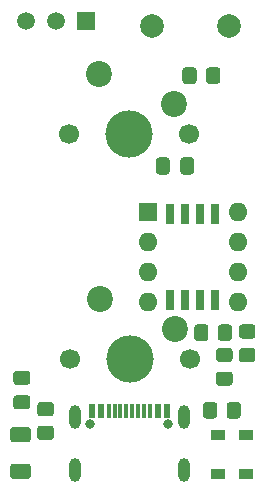
<source format=gbr>
%TF.GenerationSoftware,KiCad,Pcbnew,(5.1.10)-1*%
%TF.CreationDate,2021-10-19T23:48:12-04:00*%
%TF.ProjectId,milk,6d696c6b-2e6b-4696-9361-645f70636258,rev?*%
%TF.SameCoordinates,Original*%
%TF.FileFunction,Soldermask,Top*%
%TF.FilePolarity,Negative*%
%FSLAX46Y46*%
G04 Gerber Fmt 4.6, Leading zero omitted, Abs format (unit mm)*
G04 Created by KiCad (PCBNEW (5.1.10)-1) date 2021-10-19 23:48:12*
%MOMM*%
%LPD*%
G01*
G04 APERTURE LIST*
%ADD10O,1.600000X1.600000*%
%ADD11R,1.600000X1.600000*%
%ADD12C,1.700000*%
%ADD13C,4.000000*%
%ADD14C,2.200000*%
%ADD15R,0.300000X1.300000*%
%ADD16R,0.600000X1.300000*%
%ADD17C,0.800000*%
%ADD18O,1.000000X2.000000*%
%ADD19C,2.000000*%
%ADD20R,0.650000X1.700000*%
%ADD21R,1.200000X0.900000*%
%ADD22R,1.500000X1.500000*%
%ADD23C,1.500000*%
G04 APERTURE END LIST*
%TO.C,C2*%
G36*
G01*
X198069220Y-89810080D02*
X197119220Y-89810080D01*
G75*
G02*
X196869220Y-89560080I0J250000D01*
G01*
X196869220Y-88885080D01*
G75*
G02*
X197119220Y-88635080I250000J0D01*
G01*
X198069220Y-88635080D01*
G75*
G02*
X198319220Y-88885080I0J-250000D01*
G01*
X198319220Y-89560080D01*
G75*
G02*
X198069220Y-89810080I-250000J0D01*
G01*
G37*
G36*
G01*
X198069220Y-91885080D02*
X197119220Y-91885080D01*
G75*
G02*
X196869220Y-91635080I0J250000D01*
G01*
X196869220Y-90960080D01*
G75*
G02*
X197119220Y-90710080I250000J0D01*
G01*
X198069220Y-90710080D01*
G75*
G02*
X198319220Y-90960080I0J-250000D01*
G01*
X198319220Y-91635080D01*
G75*
G02*
X198069220Y-91885080I-250000J0D01*
G01*
G37*
%TD*%
D10*
%TO.C,J3*%
X215884760Y-75176380D03*
X208264760Y-82796380D03*
X215884760Y-77716380D03*
X208264760Y-80256380D03*
X215884760Y-80256380D03*
X208264760Y-77716380D03*
X215884760Y-82796380D03*
D11*
X208264760Y-75176380D03*
%TD*%
D12*
%TO.C,SW2*%
X201622660Y-68600320D03*
X211782660Y-68600320D03*
D13*
X206702660Y-68600320D03*
D14*
X210512660Y-66060320D03*
X204162660Y-63520320D03*
%TD*%
D12*
%TO.C,SW1*%
X201632820Y-87647780D03*
X211792820Y-87647780D03*
D13*
X206712820Y-87647780D03*
D14*
X210522820Y-85107780D03*
X204172820Y-82567780D03*
%TD*%
D15*
%TO.C,J1*%
X208445040Y-91994080D03*
X207945040Y-91994080D03*
X207445040Y-91994080D03*
X206945040Y-91994080D03*
X206445040Y-91994080D03*
X205945040Y-91994080D03*
X205445040Y-91994080D03*
X204945040Y-91994080D03*
D16*
X209095040Y-91994080D03*
X209895040Y-91994080D03*
X204295040Y-91994080D03*
X203495040Y-91994080D03*
D17*
X209995040Y-93114080D03*
X203395040Y-93114080D03*
D18*
X211305040Y-92554080D03*
X202085040Y-92554080D03*
X202085040Y-97054080D03*
X211305040Y-97054080D03*
%TD*%
%TO.C,R6*%
G36*
G01*
X212397900Y-63184619D02*
X212397900Y-64084621D01*
G75*
G02*
X212147901Y-64334620I-249999J0D01*
G01*
X211447899Y-64334620D01*
G75*
G02*
X211197900Y-64084621I0J249999D01*
G01*
X211197900Y-63184619D01*
G75*
G02*
X211447899Y-62934620I249999J0D01*
G01*
X212147901Y-62934620D01*
G75*
G02*
X212397900Y-63184619I0J-249999D01*
G01*
G37*
G36*
G01*
X214397900Y-63184619D02*
X214397900Y-64084621D01*
G75*
G02*
X214147901Y-64334620I-249999J0D01*
G01*
X213447899Y-64334620D01*
G75*
G02*
X213197900Y-64084621I0J249999D01*
G01*
X213197900Y-63184619D01*
G75*
G02*
X213447899Y-62934620I249999J0D01*
G01*
X214147901Y-62934620D01*
G75*
G02*
X214397900Y-63184619I0J-249999D01*
G01*
G37*
%TD*%
D19*
%TO.C,SW3*%
X208625440Y-59405520D03*
X215125440Y-59405520D03*
%TD*%
D20*
%TO.C,U1*%
X210151980Y-75364320D03*
X211421980Y-75364320D03*
X212691980Y-75364320D03*
X213961980Y-75364320D03*
X213961980Y-82664320D03*
X212691980Y-82664320D03*
X211421980Y-82664320D03*
X210151980Y-82664320D03*
%TD*%
%TO.C,R5*%
G36*
G01*
X215184141Y-87885320D02*
X214284139Y-87885320D01*
G75*
G02*
X214034140Y-87635321I0J249999D01*
G01*
X214034140Y-86935319D01*
G75*
G02*
X214284139Y-86685320I249999J0D01*
G01*
X215184141Y-86685320D01*
G75*
G02*
X215434140Y-86935319I0J-249999D01*
G01*
X215434140Y-87635321D01*
G75*
G02*
X215184141Y-87885320I-249999J0D01*
G01*
G37*
G36*
G01*
X215184141Y-89885320D02*
X214284139Y-89885320D01*
G75*
G02*
X214034140Y-89635321I0J249999D01*
G01*
X214034140Y-88935319D01*
G75*
G02*
X214284139Y-88685320I249999J0D01*
G01*
X215184141Y-88685320D01*
G75*
G02*
X215434140Y-88935319I0J-249999D01*
G01*
X215434140Y-89635321D01*
G75*
G02*
X215184141Y-89885320I-249999J0D01*
G01*
G37*
%TD*%
%TO.C,R4*%
G36*
G01*
X216224699Y-86695740D02*
X217124701Y-86695740D01*
G75*
G02*
X217374700Y-86945739I0J-249999D01*
G01*
X217374700Y-87645741D01*
G75*
G02*
X217124701Y-87895740I-249999J0D01*
G01*
X216224699Y-87895740D01*
G75*
G02*
X215974700Y-87645741I0J249999D01*
G01*
X215974700Y-86945739D01*
G75*
G02*
X216224699Y-86695740I249999J0D01*
G01*
G37*
G36*
G01*
X216224300Y-84695740D02*
X217125100Y-84695740D01*
G75*
G02*
X217374700Y-84945340I0J-249600D01*
G01*
X217374700Y-85646140D01*
G75*
G02*
X217125100Y-85895740I-249600J0D01*
G01*
X216224300Y-85895740D01*
G75*
G02*
X215974700Y-85646140I0J249600D01*
G01*
X215974700Y-84945340D01*
G75*
G02*
X216224300Y-84695740I249600J0D01*
G01*
G37*
%TD*%
%TO.C,R3*%
G36*
G01*
X214184940Y-85847341D02*
X214184940Y-84947339D01*
G75*
G02*
X214434939Y-84697340I249999J0D01*
G01*
X215134941Y-84697340D01*
G75*
G02*
X215384940Y-84947339I0J-249999D01*
G01*
X215384940Y-85847341D01*
G75*
G02*
X215134941Y-86097340I-249999J0D01*
G01*
X214434939Y-86097340D01*
G75*
G02*
X214184940Y-85847341I0J249999D01*
G01*
G37*
G36*
G01*
X212184940Y-85847740D02*
X212184940Y-84946940D01*
G75*
G02*
X212434540Y-84697340I249600J0D01*
G01*
X213135340Y-84697340D01*
G75*
G02*
X213384940Y-84946940I0J-249600D01*
G01*
X213384940Y-85847740D01*
G75*
G02*
X213135340Y-86097340I-249600J0D01*
G01*
X212434540Y-86097340D01*
G75*
G02*
X212184940Y-85847740I0J249600D01*
G01*
G37*
%TD*%
%TO.C,R2*%
G36*
G01*
X214936780Y-92418321D02*
X214936780Y-91518319D01*
G75*
G02*
X215186779Y-91268320I249999J0D01*
G01*
X215886781Y-91268320D01*
G75*
G02*
X216136780Y-91518319I0J-249999D01*
G01*
X216136780Y-92418321D01*
G75*
G02*
X215886781Y-92668320I-249999J0D01*
G01*
X215186779Y-92668320D01*
G75*
G02*
X214936780Y-92418321I0J249999D01*
G01*
G37*
G36*
G01*
X212936780Y-92418321D02*
X212936780Y-91518319D01*
G75*
G02*
X213186779Y-91268320I249999J0D01*
G01*
X213886781Y-91268320D01*
G75*
G02*
X214136780Y-91518319I0J-249999D01*
G01*
X214136780Y-92418321D01*
G75*
G02*
X213886781Y-92668320I-249999J0D01*
G01*
X213186779Y-92668320D01*
G75*
G02*
X212936780Y-92418321I0J249999D01*
G01*
G37*
%TD*%
%TO.C,R1*%
G36*
G01*
X200053361Y-92477640D02*
X199153359Y-92477640D01*
G75*
G02*
X198903360Y-92227641I0J249999D01*
G01*
X198903360Y-91527639D01*
G75*
G02*
X199153359Y-91277640I249999J0D01*
G01*
X200053361Y-91277640D01*
G75*
G02*
X200303360Y-91527639I0J-249999D01*
G01*
X200303360Y-92227641D01*
G75*
G02*
X200053361Y-92477640I-249999J0D01*
G01*
G37*
G36*
G01*
X200053361Y-94477640D02*
X199153359Y-94477640D01*
G75*
G02*
X198903360Y-94227641I0J249999D01*
G01*
X198903360Y-93527639D01*
G75*
G02*
X199153359Y-93277640I249999J0D01*
G01*
X200053361Y-93277640D01*
G75*
G02*
X200303360Y-93527639I0J-249999D01*
G01*
X200303360Y-94227641D01*
G75*
G02*
X200053361Y-94477640I-249999J0D01*
G01*
G37*
%TD*%
%TO.C,F1*%
G36*
G01*
X196857459Y-96485880D02*
X198107461Y-96485880D01*
G75*
G02*
X198357460Y-96735879I0J-249999D01*
G01*
X198357460Y-97535881D01*
G75*
G02*
X198107461Y-97785880I-249999J0D01*
G01*
X196857459Y-97785880D01*
G75*
G02*
X196607460Y-97535881I0J249999D01*
G01*
X196607460Y-96735879D01*
G75*
G02*
X196857459Y-96485880I249999J0D01*
G01*
G37*
G36*
G01*
X196857459Y-93385880D02*
X198107461Y-93385880D01*
G75*
G02*
X198357460Y-93635879I0J-249999D01*
G01*
X198357460Y-94435881D01*
G75*
G02*
X198107461Y-94685880I-249999J0D01*
G01*
X196857459Y-94685880D01*
G75*
G02*
X196607460Y-94435881I0J249999D01*
G01*
X196607460Y-93635879D01*
G75*
G02*
X196857459Y-93385880I249999J0D01*
G01*
G37*
%TD*%
D21*
%TO.C,D2*%
X216568020Y-97379060D03*
X216568020Y-94079060D03*
%TD*%
%TO.C,D1*%
X214215980Y-97379060D03*
X214215980Y-94079060D03*
%TD*%
%TO.C,C1*%
G36*
G01*
X211017360Y-71755020D02*
X211017360Y-70805020D01*
G75*
G02*
X211267360Y-70555020I250000J0D01*
G01*
X211942360Y-70555020D01*
G75*
G02*
X212192360Y-70805020I0J-250000D01*
G01*
X212192360Y-71755020D01*
G75*
G02*
X211942360Y-72005020I-250000J0D01*
G01*
X211267360Y-72005020D01*
G75*
G02*
X211017360Y-71755020I0J250000D01*
G01*
G37*
G36*
G01*
X208942360Y-71755020D02*
X208942360Y-70805020D01*
G75*
G02*
X209192360Y-70555020I250000J0D01*
G01*
X209867360Y-70555020D01*
G75*
G02*
X210117360Y-70805020I0J-250000D01*
G01*
X210117360Y-71755020D01*
G75*
G02*
X209867360Y-72005020I-250000J0D01*
G01*
X209192360Y-72005020D01*
G75*
G02*
X208942360Y-71755020I0J250000D01*
G01*
G37*
%TD*%
D22*
%TO.C,J2*%
X203065380Y-58988960D03*
D23*
X200525380Y-58988960D03*
X197985380Y-58988960D03*
%TD*%
M02*

</source>
